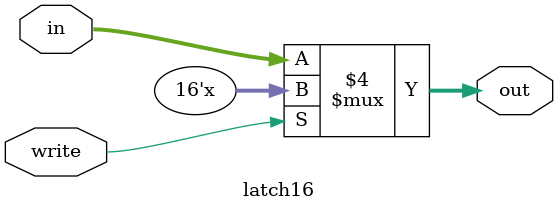
<source format=v>
`ifndef _REGISTER
`define _REGISTER

module register16(clk, out, in, write, reset);  // Negedge-triggered flipflop register with active-low write signal and reset

	output reg [15:0] out;
	input      [15:0] in;
	input      clk, write, reset;
	
	always@(negedge clk) begin
		if(reset==0) begin
			out = 16'b0;
		end
		else if(write == 1'b0) begin
			out = in;
		end
	end
	
endmodule

module register1b(clk, out, in, write, reset); // Negedge-triggered 1 bit flipflop register for with active-low write signal and reset

	output reg out;
	input in;
	input clk, write, reset;

	always@(posedge clk) begin
		if(reset == 0) begin
		out = 1'b0;
		end
	else if(write == 1'b0) begin
		out = in;
		end
	end

endmodule

module latch16(in,out,write);

	input [15:0]in;
	input write;//active low wrie
	output reg [15:0] out;

	always @(*) begin
		if(write == 1'b0)
			out = in;
		else 
			out = out;
	end
 
 endmodule

`endif

</source>
